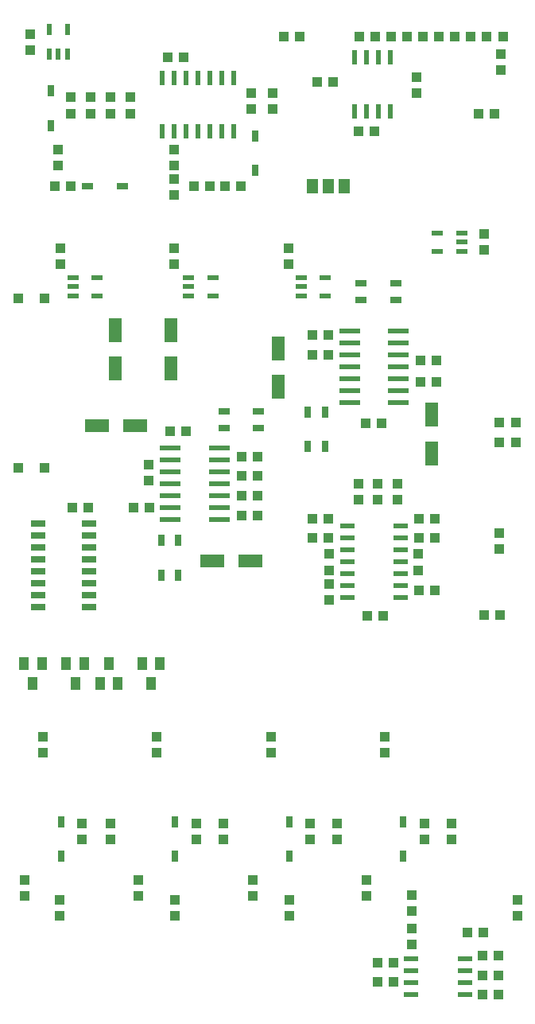
<source format=gbp>
G04 EAGLE Gerber RS-274X export*
G75*
%MOMM*%
%FSLAX34Y34*%
%LPD*%
%INBOTTOM PASTE*%
%IPPOS*%
%AMOC8*
5,1,8,0,0,1.08239X$1,22.5*%
G01*
%ADD10R,2.600000X1.400000*%
%ADD11R,1.000000X1.100000*%
%ADD12R,1.400000X2.600000*%
%ADD13R,1.100000X1.000000*%
%ADD14R,0.700000X1.200000*%
%ADD15R,1.100000X1.100000*%
%ADD16R,1.200000X0.700000*%
%ADD17R,1.200000X0.600000*%
%ADD18R,0.600000X1.200000*%
%ADD19R,1.000000X1.400000*%
%ADD20R,0.508000X1.524000*%
%ADD21R,1.524000X0.508000*%
%ADD22R,2.200000X0.600000*%
%ADD23R,1.525000X0.650000*%
%ADD24R,1.300000X1.500000*%


D10*
X281400Y605500D03*
X240400Y605500D03*
D11*
X199500Y1043500D03*
X199500Y1026500D03*
D12*
X196500Y851500D03*
X196500Y810500D03*
D11*
X453000Y198000D03*
X453000Y215000D03*
X460000Y613000D03*
X460000Y596000D03*
D13*
X271500Y696000D03*
X288500Y696000D03*
X462000Y819000D03*
X479000Y819000D03*
D10*
X158500Y750000D03*
X117500Y750000D03*
D13*
X193000Y1141500D03*
X210000Y1141500D03*
X545000Y144000D03*
X528000Y144000D03*
D11*
X365000Y596000D03*
X365000Y613000D03*
D12*
X474000Y720500D03*
X474000Y761500D03*
X137500Y851500D03*
X137500Y810500D03*
X311000Y791000D03*
X311000Y832000D03*
D13*
X108800Y662300D03*
X91800Y662300D03*
D11*
X458200Y1120700D03*
X458200Y1103700D03*
D13*
X413600Y1062800D03*
X396600Y1062800D03*
X414000Y1164000D03*
X397000Y1164000D03*
D14*
X79500Y291500D03*
X79500Y328500D03*
D15*
X61500Y705000D03*
X33500Y705000D03*
X61500Y885000D03*
X33500Y885000D03*
D14*
X322500Y291500D03*
X322500Y328500D03*
D16*
X399000Y883500D03*
X436000Y883500D03*
X436000Y901500D03*
X399000Y901500D03*
D14*
X444000Y291500D03*
X444000Y328500D03*
X360500Y727500D03*
X360500Y764500D03*
X342500Y764500D03*
X342500Y727500D03*
X286000Y1021200D03*
X286000Y1058200D03*
D16*
X107500Y1005000D03*
X144500Y1005000D03*
D14*
X69000Y1069000D03*
X69000Y1106000D03*
D16*
X290000Y747000D03*
X253000Y747000D03*
X253000Y765000D03*
X290000Y765000D03*
D14*
X201000Y291500D03*
X201000Y328500D03*
X204000Y590500D03*
X204000Y627500D03*
X186000Y627500D03*
X186000Y590500D03*
D17*
X241060Y888000D03*
X241060Y907000D03*
X214940Y888000D03*
X214940Y897500D03*
X214940Y907000D03*
X361060Y888000D03*
X361060Y907000D03*
X334940Y888000D03*
X334940Y897500D03*
X334940Y907000D03*
X118060Y888000D03*
X118060Y907000D03*
X91940Y888000D03*
X91940Y897500D03*
X91940Y907000D03*
X480440Y954500D03*
X480440Y935500D03*
X506560Y954500D03*
X506560Y945000D03*
X506560Y935500D03*
D18*
X86000Y1171060D03*
X67000Y1171060D03*
X86000Y1144940D03*
X76500Y1144940D03*
X67000Y1144940D03*
D13*
X282000Y1086500D03*
X282000Y1103500D03*
D11*
X254300Y1005000D03*
X271300Y1005000D03*
X72500Y1005000D03*
X89500Y1005000D03*
D13*
X60000Y401500D03*
X60000Y418500D03*
X181500Y401500D03*
X181500Y418500D03*
X40500Y249500D03*
X40500Y266500D03*
X78000Y245500D03*
X78000Y228500D03*
X162000Y249500D03*
X162000Y266500D03*
X201000Y245500D03*
X201000Y228500D03*
X303000Y401500D03*
X303000Y418500D03*
X283500Y249500D03*
X283500Y266500D03*
X304500Y1103500D03*
X304500Y1086500D03*
X322500Y245500D03*
X322500Y228500D03*
X424500Y401500D03*
X424500Y418500D03*
X405000Y249500D03*
X405000Y266500D03*
X453000Y250500D03*
X453000Y233500D03*
X102000Y326500D03*
X102000Y309500D03*
X132000Y326500D03*
X132000Y309500D03*
D11*
X156500Y662500D03*
X173500Y662500D03*
X271500Y717000D03*
X288500Y717000D03*
X271500Y654000D03*
X288500Y654000D03*
X288500Y675000D03*
X271500Y675000D03*
D13*
X111000Y1099000D03*
X111000Y1082000D03*
X223500Y326500D03*
X223500Y309500D03*
X252000Y326500D03*
X252000Y309500D03*
X172500Y691500D03*
X172500Y708500D03*
D11*
X212500Y744000D03*
X195500Y744000D03*
D13*
X200000Y938500D03*
X200000Y921500D03*
X345000Y326500D03*
X345000Y309500D03*
X373500Y326500D03*
X373500Y309500D03*
D11*
X479000Y796500D03*
X462000Y796500D03*
X404000Y752000D03*
X421000Y752000D03*
D13*
X321500Y938500D03*
X321500Y921500D03*
X199500Y1012000D03*
X199500Y995000D03*
X466500Y326500D03*
X466500Y309500D03*
X495000Y326500D03*
X495000Y309500D03*
D11*
X364500Y825000D03*
X347500Y825000D03*
X347500Y846000D03*
X364500Y846000D03*
D13*
X530000Y953500D03*
X530000Y936500D03*
D11*
X528000Y165000D03*
X545000Y165000D03*
X433500Y157500D03*
X416500Y157500D03*
D13*
X78500Y938500D03*
X78500Y921500D03*
D11*
X433500Y178500D03*
X416500Y178500D03*
X528000Y186000D03*
X545000Y186000D03*
X238000Y1005000D03*
X221000Y1005000D03*
D13*
X565500Y245500D03*
X565500Y228500D03*
D11*
X529000Y210000D03*
X512000Y210000D03*
D13*
X417000Y671000D03*
X417000Y688000D03*
X438000Y671000D03*
X438000Y688000D03*
D11*
X477500Y630000D03*
X460500Y630000D03*
X477500Y651000D03*
X460500Y651000D03*
X477500Y574500D03*
X460500Y574500D03*
X546700Y548600D03*
X529700Y548600D03*
X563500Y753000D03*
X546500Y753000D03*
X563500Y732000D03*
X546500Y732000D03*
D13*
X76500Y1043500D03*
X76500Y1026500D03*
X365000Y564500D03*
X365000Y581500D03*
D11*
X364500Y630000D03*
X347500Y630000D03*
X364500Y651000D03*
X347500Y651000D03*
X422500Y547500D03*
X405500Y547500D03*
X333500Y1164000D03*
X316500Y1164000D03*
D13*
X46500Y1166500D03*
X46500Y1149500D03*
D11*
X499000Y1164000D03*
X516000Y1164000D03*
X482000Y1164000D03*
X465000Y1164000D03*
X369100Y1115600D03*
X352100Y1115600D03*
X431000Y1164000D03*
X448000Y1164000D03*
D13*
X153100Y1099000D03*
X153100Y1082000D03*
D11*
X533000Y1164000D03*
X550000Y1164000D03*
D13*
X548000Y1128500D03*
X548000Y1145500D03*
D11*
X541000Y1081500D03*
X524000Y1081500D03*
D13*
X396000Y671000D03*
X396000Y688000D03*
X546000Y635500D03*
X546000Y618500D03*
X132000Y1082000D03*
X132000Y1099000D03*
X90000Y1082000D03*
X90000Y1099000D03*
D19*
X85000Y497000D03*
X104000Y497000D03*
X94500Y475000D03*
X140000Y475000D03*
X121000Y475000D03*
X130500Y497000D03*
X166000Y497000D03*
X185000Y497000D03*
X175500Y475000D03*
X40000Y497000D03*
X59000Y497000D03*
X49500Y475000D03*
D20*
X263600Y1062925D03*
X250900Y1062925D03*
X238200Y1062925D03*
X225500Y1062925D03*
X212800Y1062925D03*
X200100Y1062925D03*
X187400Y1062925D03*
X187400Y1120075D03*
X200100Y1120075D03*
X212800Y1120075D03*
X225500Y1120075D03*
X238200Y1120075D03*
X250900Y1120075D03*
X263600Y1120075D03*
D21*
X509502Y182150D03*
X509502Y169450D03*
X509502Y156750D03*
X509502Y144050D03*
X452098Y144050D03*
X452098Y156750D03*
X452098Y169450D03*
X452098Y182150D03*
X441375Y643100D03*
X441375Y630400D03*
X441375Y617700D03*
X441375Y605000D03*
X441375Y592300D03*
X441375Y579600D03*
X441375Y566900D03*
X384225Y566900D03*
X384225Y579600D03*
X384225Y592300D03*
X384225Y605000D03*
X384225Y617700D03*
X384225Y630400D03*
X384225Y643100D03*
D22*
X248000Y713100D03*
X196000Y713100D03*
X248000Y725800D03*
X248000Y700400D03*
X248000Y687700D03*
X196000Y725800D03*
X196000Y700400D03*
X196000Y687700D03*
X248000Y662300D03*
X196000Y662300D03*
X248000Y675000D03*
X248000Y649600D03*
X196000Y675000D03*
X196000Y649600D03*
X439000Y837400D03*
X387000Y837400D03*
X439000Y850100D03*
X439000Y824700D03*
X439000Y812000D03*
X387000Y850100D03*
X387000Y824700D03*
X387000Y812000D03*
X439000Y786600D03*
X387000Y786600D03*
X439000Y799300D03*
X439000Y773900D03*
X387000Y799300D03*
X387000Y773900D03*
D23*
X54780Y556750D03*
X54780Y569450D03*
X54780Y582150D03*
X54780Y594850D03*
X54780Y607550D03*
X54780Y620250D03*
X54780Y632950D03*
X54780Y645650D03*
X109020Y645650D03*
X109020Y632950D03*
X109020Y620250D03*
X109020Y607550D03*
X109020Y594850D03*
X109020Y582150D03*
X109020Y569450D03*
X109020Y556750D03*
D20*
X430050Y1084398D03*
X417350Y1084398D03*
X404650Y1084398D03*
X391950Y1084398D03*
X391950Y1141802D03*
X404650Y1141802D03*
X417350Y1141802D03*
X430050Y1141802D03*
D24*
X347000Y1005000D03*
X364000Y1005000D03*
X381000Y1005000D03*
M02*

</source>
